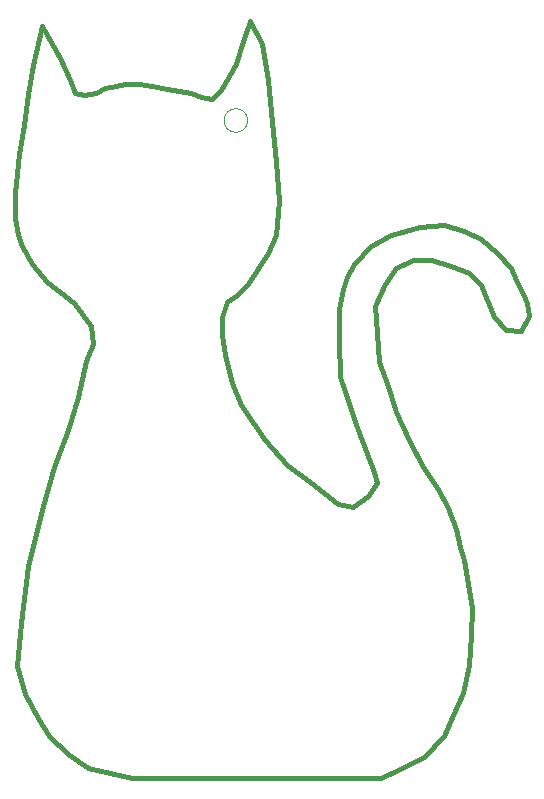
<source format=gbr>
%TF.GenerationSoftware,KiCad,Pcbnew,(5.1.9-0-10_14)*%
%TF.CreationDate,2021-10-18T11:35:41-07:00*%
%TF.ProjectId,cat_pcb_2a,6361745f-7063-4625-9f32-612e6b696361,rev?*%
%TF.SameCoordinates,Original*%
%TF.FileFunction,Profile,NP*%
%FSLAX46Y46*%
G04 Gerber Fmt 4.6, Leading zero omitted, Abs format (unit mm)*
G04 Created by KiCad (PCBNEW (5.1.9-0-10_14)) date 2021-10-18 11:35:41*
%MOMM*%
%LPD*%
G01*
G04 APERTURE LIST*
%TA.AperFunction,Profile*%
%ADD10C,0.100000*%
%TD*%
%TA.AperFunction,Profile*%
%ADD11C,0.390625*%
%TD*%
G04 APERTURE END LIST*
D10*
X148574000Y-59960000D02*
G75*
G03*
X148574000Y-59960000I-1000000J0D01*
G01*
D11*
X135275363Y-77327875D02*
X133858000Y-75438000D01*
X135511600Y-78863413D02*
X135275363Y-77327875D01*
X134921000Y-80280813D02*
X135511600Y-78863413D01*
X134212300Y-83351875D02*
X134921000Y-80280813D01*
X133385475Y-86186700D02*
X134212300Y-83351875D01*
X132204300Y-89257750D02*
X133385475Y-86186700D01*
X131259363Y-92565050D02*
X132204300Y-89257750D01*
X129960063Y-97644100D02*
X131259363Y-92565050D01*
X129369475Y-102486924D02*
X129960063Y-97644100D01*
X129015125Y-106148562D02*
X129369475Y-102486924D01*
X129723838Y-108510912D02*
X129015125Y-106148562D01*
X130786888Y-110518912D02*
X129723838Y-108510912D01*
X131731838Y-112054437D02*
X130786888Y-110518912D01*
X133385475Y-113589974D02*
X131731838Y-112054437D01*
X135039125Y-114771137D02*
X133385475Y-113589974D01*
X138818888Y-115597962D02*
X135039125Y-114771137D01*
X158190161Y-115597962D02*
X138818888Y-115597962D01*
X159843811Y-115597962D02*
X158190161Y-115597962D01*
X161497461Y-114889262D02*
X159843811Y-115597962D01*
X163505461Y-113826199D02*
X161497461Y-114889262D01*
X165159099Y-112054437D02*
X163505461Y-113826199D01*
X165985924Y-110282674D02*
X165159099Y-112054437D01*
X166812749Y-108392799D02*
X165985924Y-110282674D01*
X167285211Y-106030449D02*
X166812749Y-108392799D01*
X167521436Y-103549987D02*
X167285211Y-106030449D01*
X167536436Y-101198062D02*
X167521436Y-103549987D01*
X167254549Y-99169188D02*
X167536436Y-101198062D01*
X166861699Y-97140300D02*
X167254549Y-99169188D01*
X166576536Y-96108575D02*
X166861699Y-97140300D01*
X166222186Y-94573038D02*
X166576536Y-96108575D01*
X165513474Y-92801275D02*
X166222186Y-94573038D01*
X164686649Y-91147638D02*
X165513474Y-92801275D01*
X163387361Y-89257750D02*
X164686649Y-91147638D01*
X162206186Y-87013513D02*
X163387361Y-89257750D01*
X161143124Y-84651163D02*
X162206186Y-87013513D01*
X160434424Y-82406938D02*
X161143124Y-84651163D01*
X159725711Y-80398938D02*
X160434424Y-82406938D01*
X159489486Y-77918463D02*
X159725711Y-80398938D01*
X159371361Y-75674238D02*
X159489486Y-77918463D01*
X160198186Y-73784350D02*
X159371361Y-75674238D01*
X161143124Y-72485063D02*
X160198186Y-73784350D01*
X162560536Y-71776350D02*
X161143124Y-72485063D01*
X164096061Y-71776350D02*
X162560536Y-71776350D01*
X165749711Y-72248825D02*
X164096061Y-71776350D01*
X167285236Y-72839413D02*
X165749711Y-72248825D01*
X168348299Y-73902475D02*
X167285236Y-72839413D01*
X169411361Y-76560113D02*
X168348299Y-73902475D01*
X169411361Y-76560113D02*
X169411361Y-76560113D01*
X170415349Y-77682225D02*
X169411361Y-76560113D01*
X171714661Y-77800350D02*
X170415349Y-77682225D01*
X172364299Y-76501050D02*
X171714661Y-77800350D01*
X172246174Y-75438000D02*
X172364299Y-76501050D01*
X171891824Y-74611175D02*
X172246174Y-75438000D01*
X171301236Y-73430000D02*
X171891824Y-74611175D01*
X170828761Y-72485063D02*
X171301236Y-73430000D01*
X169647586Y-71185763D02*
X170828761Y-72485063D01*
X168348299Y-70004588D02*
X169647586Y-71185763D01*
X166930886Y-69295888D02*
X168348299Y-70004588D01*
X165159124Y-68823413D02*
X166930886Y-69295888D01*
X163151124Y-68941538D02*
X165159124Y-68823413D01*
X160670661Y-69650238D02*
X163151124Y-68941538D01*
X159017011Y-70595175D02*
X160670661Y-69650238D01*
X157599599Y-72130700D02*
X159017011Y-70595175D01*
X157009011Y-73193763D02*
X157599599Y-72130700D01*
X156654661Y-74256825D02*
X157009011Y-73193763D01*
X156300311Y-75910463D02*
X156654661Y-74256825D01*
X156300311Y-78509050D02*
X156300311Y-75910463D01*
X156418436Y-81698225D02*
X156300311Y-78509050D01*
X157953961Y-86186700D02*
X156418436Y-81698225D01*
X159258000Y-89730225D02*
X157953961Y-86186700D01*
X159512000Y-90678000D02*
X159258000Y-89730225D01*
X158779300Y-91765062D02*
X159512000Y-90678000D01*
X157480000Y-92710000D02*
X158779300Y-91765062D01*
X156210000Y-92456000D02*
X157480000Y-92710000D01*
X155827861Y-92092575D02*
X156210000Y-92456000D01*
X153819863Y-90557050D02*
X155827861Y-92092575D01*
X151929988Y-89139638D02*
X153819863Y-90557050D01*
X150040100Y-87013513D02*
X151929988Y-89139638D01*
X148032100Y-84060575D02*
X150040100Y-87013513D01*
X147205288Y-82170700D02*
X148032100Y-84060575D01*
X146614700Y-79808350D02*
X147205288Y-82170700D01*
X146378463Y-78154700D02*
X146614700Y-79808350D01*
X146378450Y-76560113D02*
X146378463Y-78154700D01*
X146850925Y-75319875D02*
X146378450Y-76560113D01*
X147677750Y-74729288D02*
X146850925Y-75319875D01*
X148622700Y-73784350D02*
X147677750Y-74729288D01*
X150276338Y-71185763D02*
X148622700Y-73784350D01*
X150985038Y-69650238D02*
X150276338Y-71185763D01*
X151221275Y-66815413D02*
X150985038Y-69650238D01*
X150985038Y-63508127D02*
X151221275Y-66815413D01*
X150512575Y-59255889D02*
X150985038Y-63508127D01*
X150276338Y-56539189D02*
X150512575Y-59255889D01*
X149803863Y-53468127D02*
X150276338Y-56539189D01*
X148813275Y-51550202D02*
X149803863Y-53468127D01*
X148622700Y-52050727D02*
X148813275Y-51550202D01*
X148187138Y-53231902D02*
X148622700Y-52050727D01*
X147597513Y-55188927D02*
X148187138Y-53231902D01*
X146304000Y-57404000D02*
X147597513Y-55188927D01*
X145542000Y-58166000D02*
X146304000Y-57404000D01*
X144606700Y-57956602D02*
X145542000Y-58166000D01*
X143779875Y-57602252D02*
X144606700Y-57956602D01*
X142244350Y-57366014D02*
X143779875Y-57602252D01*
X141299400Y-57247889D02*
X142244350Y-57366014D01*
X140472588Y-57011664D02*
X141299400Y-57247889D01*
X139409525Y-56893539D02*
X140472588Y-57011664D01*
X138228350Y-56893539D02*
X139409525Y-56893539D01*
X137401525Y-57011664D02*
X138228350Y-56893539D01*
X136456588Y-57247889D02*
X137401525Y-57011664D01*
X135747875Y-57602252D02*
X136456588Y-57247889D01*
X134684825Y-57838489D02*
X135747875Y-57602252D01*
X133976113Y-57602252D02*
X134684825Y-57838489D01*
X133503650Y-56539189D02*
X133976113Y-57602252D01*
X132676825Y-54649314D02*
X133503650Y-56539189D01*
X131141288Y-51932602D02*
X132676825Y-54649314D01*
X130432588Y-55239889D02*
X131141288Y-51932602D01*
X129960113Y-57720364D02*
X130432588Y-55239889D01*
X129605763Y-60318952D02*
X129960113Y-57720364D01*
X129251413Y-62799427D02*
X129605763Y-60318952D01*
X128897063Y-66106713D02*
X129251413Y-62799427D01*
X128897063Y-68232825D02*
X128897063Y-66106713D01*
X129133300Y-69650238D02*
X128897063Y-68232825D01*
X129487650Y-70595175D02*
X129133300Y-69650238D01*
X130314475Y-72130700D02*
X129487650Y-70595175D01*
X131613763Y-73666238D02*
X130314475Y-72130700D01*
X132676825Y-74493063D02*
X131613763Y-73666238D01*
X133858000Y-75438000D02*
X132676825Y-74493063D01*
M02*

</source>
